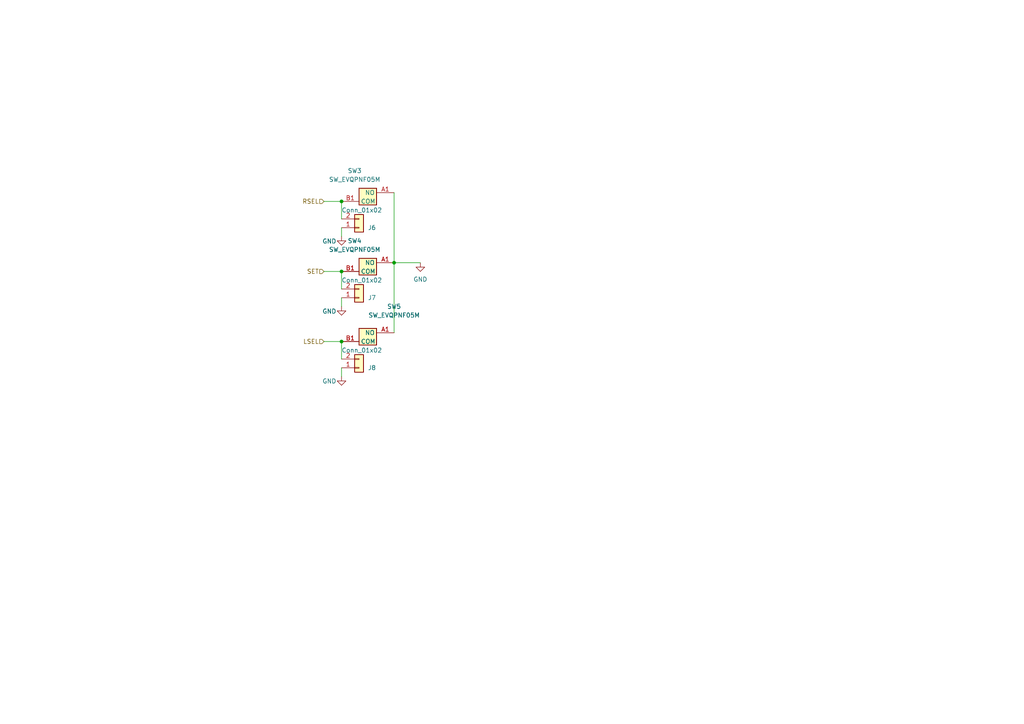
<source format=kicad_sch>
(kicad_sch (version 20230121) (generator eeschema)
  (paper "A4")
  (lib_symbols
    (symbol "Connector_Generic:Conn_01x02" (pin_names (offset 1.016) hide)
      (property "Reference" "J" (at 0 2.54 0))
      (property "Value" "Conn_01x02" (at 0 -5.08 0))
      (symbol "Conn_01x02_1_1"
        (rectangle (start -1.27 -2.413) (end 0 -2.667) (stroke (width 0.1524)))
        (rectangle (start -1.27 0.127) (end 0 -0.127) (stroke (width 0.1524)))
        (rectangle (start -1.27 1.27) (end 1.27 -3.81) (stroke (width 0.254)) (fill (type background)))
        (pin passive line (at -5.08 0 0) (length 3.81) (name "Pin_1") (number "1"))
        (pin passive line (at -5.08 -2.54 0) (length 3.81) (name "Pin_2") (number "2"))
      )
    )
    (symbol "SamacSys_Parts:EVQ-PNF05M"
      (property "Reference" "S" (at 5.334 7.62 0))
      (property "Value" "EVQ-PNF05M" (at 5.334 5.08 0))
      (symbol "EVQ-PNF05M_1_1"
        (rectangle (start 5.08 1.27) (end 10.16 -3.556) (stroke (width 0.254)) (fill (type background)))
        (pin passive line (at 0 0 0) (length 5.08) (name "NO") (number "A1"))
        (pin passive line (at 15.24 -2.54 180) (length 5.08) (name "COM") (number "B1"))
      )
    )
    (symbol "power:GND" (power) (pin_names (offset 0))
      (property "Value" "GND" (at 0 -3.81 0))
      (symbol "GND_0_1"
        (polyline (pts (xy 0 0) (xy 0 -1.27) (xy 1.27 -1.27) (xy 0 -2.54) (xy -1.27 -1.27) (xy 0 -1.27)))
      )
      (symbol "GND_1_1"
        (pin power_in line (at 0 0 270) (length 0) hide (name "GND") (number "1"))
      )
    )
  )
  (junction (at 99.06 78.74))
  (junction (at 99.06 99.06))
  (junction (at 99.06 58.42))
  (junction (at 114.3 76.2))
  (wire (pts (xy 99.06 104.14) (xy 99.06 99.06)))
  (wire (pts (xy 114.3 76.2) (xy 114.3 96.52)))
  (wire (pts (xy 99.06 86.36) (xy 99.06 88.9)))
  (wire (pts (xy 99.06 66.04) (xy 99.06 68.58)))
  (wire (pts (xy 93.98 58.42) (xy 99.06 58.42)))
  (wire (pts (xy 114.3 55.88) (xy 114.3 76.2)))
  (wire (pts (xy 93.98 78.74) (xy 99.06 78.74)))
  (wire (pts (xy 99.06 106.68) (xy 99.06 109.22)))
  (wire (pts (xy 99.06 83.82) (xy 99.06 78.74)))
  (wire (pts (xy 99.06 63.5) (xy 99.06 58.42)))
  (wire (pts (xy 93.98 99.06) (xy 99.06 99.06)))
  (wire (pts (xy 114.3 76.2) (xy 121.92 76.2)))
  (hierarchical_label "RSEL" (shape input) (at 93.98 58.42 180))
  (hierarchical_label "LSEL" (shape input) (at 93.98 99.06 180))
  (hierarchical_label "SET" (shape input) (at 93.98 78.74 180))
  (symbol (lib_id "power:GND") (at 99.06 68.58 0) (unit 1)
    (property "Reference" "#PWR0141" (effects hide))
    (property "Value" "GND" (at 95.5287 69.9727 0))
  )
  (symbol (lib_id "power:GND") (at 99.06 109.22 0) (unit 1)
    (property "Reference" "#PWR0143" (effects hide))
    (property "Value" "GND" (at 95.5287 110.5521 0))
  )
  (symbol (lib_id "Connector_Generic:Conn_01x02") (at 104.14 106.68 0) (mirror x) (unit 1)
    (property "Reference" "J8" (at 106.68 106.6801 0) (effects (justify left)))
    (property "Value" "Conn_01x02" (at 99.06 101.6 0) (effects (justify left)))
    (property "Footprint" "Connector_PinHeader_2.54mm:PinHeader_1x02_P2.54mm_Vertical" (effects hide))
  )
  (symbol (lib_id "power:GND") (at 99.06 88.9 0) (unit 1)
    (property "Reference" "#PWR0142" (effects hide))
    (property "Value" "GND" (at 95.5287 90.2992 0))
  )
  (symbol (lib_id "SamacSys_Parts:EVQ-PNF05M") (at 114.3 76.2 0) (mirror y) (unit 1)
    (property "Reference" "SW4" (at 102.87 69.85 0))
    (property "Value" "SW_EVQPNF05M" (at 102.87 72.39 0))
    (property "Footprint" "EVQPNF05M" (effects hide))
    (property "Datasheet" "https://na.industrial.panasonic.com/file-download/245140" (effects hide))
    (property "Height" "5" (effects hide))
    (property "Mouser Part Number" "667-EVQ-PNF05M" (effects hide))
    (property "Mouser Price/Stock" "https://www.mouser.co.uk/ProductDetail/Panasonic/EVQ-PNF05M?qs=whhzBCqEXCurM07rIvhu9w%3D%3D" (effects hide))
    (property "Manufacturer_Name" "Panasonic" (effects hide))
    (property "Manufacturer_Part_Number" "EVQ-PNF05M" (effects hide))
  )
  (symbol (lib_id "Connector_Generic:Conn_01x02") (at 104.14 86.36 0) (mirror x) (unit 1)
    (property "Reference" "J7" (at 106.68 86.3601 0) (effects (justify left)))
    (property "Value" "Conn_01x02" (at 99.06 81.28 0) (effects (justify left)))
    (property "Footprint" "Connector_PinHeader_2.54mm:PinHeader_1x02_P2.54mm_Vertical" (effects hide))
  )
  (symbol (lib_id "power:GND") (at 121.92 76.2 0) (unit 1)
    (property "Reference" "#PWR0127" (effects hide))
    (property "Value" "GND" (at 121.92 81.026 0))
  )
  (symbol (lib_id "Connector_Generic:Conn_01x02") (at 104.14 66.04 0) (mirror x) (unit 1)
    (property "Reference" "J6" (at 106.68 66.0401 0) (effects (justify left)))
    (property "Value" "Conn_01x02" (at 99.06 60.96 0) (effects (justify left)))
    (property "Footprint" "Connector_PinHeader_2.54mm:PinHeader_1x02_P2.54mm_Vertical" (effects hide))
  )
  (symbol (lib_id "SamacSys_Parts:EVQ-PNF05M") (at 114.3 96.52 0) (mirror y) (unit 1)
    (property "Reference" "SW5" (at 114.3 88.9 0))
    (property "Value" "SW_EVQPNF05M" (at 114.3 91.44 0))
    (property "Footprint" "EVQPNF05M" (effects hide))
    (property "Datasheet" "https://na.industrial.panasonic.com/file-download/245140" (effects hide))
    (property "Height" "5" (effects hide))
    (property "Mouser Part Number" "667-EVQ-PNF05M" (effects hide))
    (property "Mouser Price/Stock" "https://www.mouser.co.uk/ProductDetail/Panasonic/EVQ-PNF05M?qs=whhzBCqEXCurM07rIvhu9w%3D%3D" (effects hide))
    (property "Manufacturer_Name" "Panasonic" (effects hide))
    (property "Manufacturer_Part_Number" "EVQ-PNF05M" (effects hide))
  )
  (symbol (lib_id "SamacSys_Parts:EVQ-PNF05M") (at 114.3 55.88 0) (mirror y) (unit 1)
    (property "Reference" "SW3" (at 102.87 49.53 0))
    (property "Value" "SW_EVQPNF05M" (at 102.87 52.07 0))
    (property "Footprint" "EVQPNF05M" (effects hide))
    (property "Datasheet" "https://na.industrial.panasonic.com/file-download/245140" (effects hide))
    (property "Height" "5" (effects hide))
    (property "Mouser Part Number" "667-EVQ-PNF05M" (effects hide))
    (property "Mouser Price/Stock" "https://www.mouser.co.uk/ProductDetail/Panasonic/EVQ-PNF05M?qs=whhzBCqEXCurM07rIvhu9w%3D%3D" (effects hide))
    (property "Manufacturer_Name" "Panasonic" (effects hide))
    (property "Manufacturer_Part_Number" "EVQ-PNF05M" (effects hide))
  )
)
</source>
